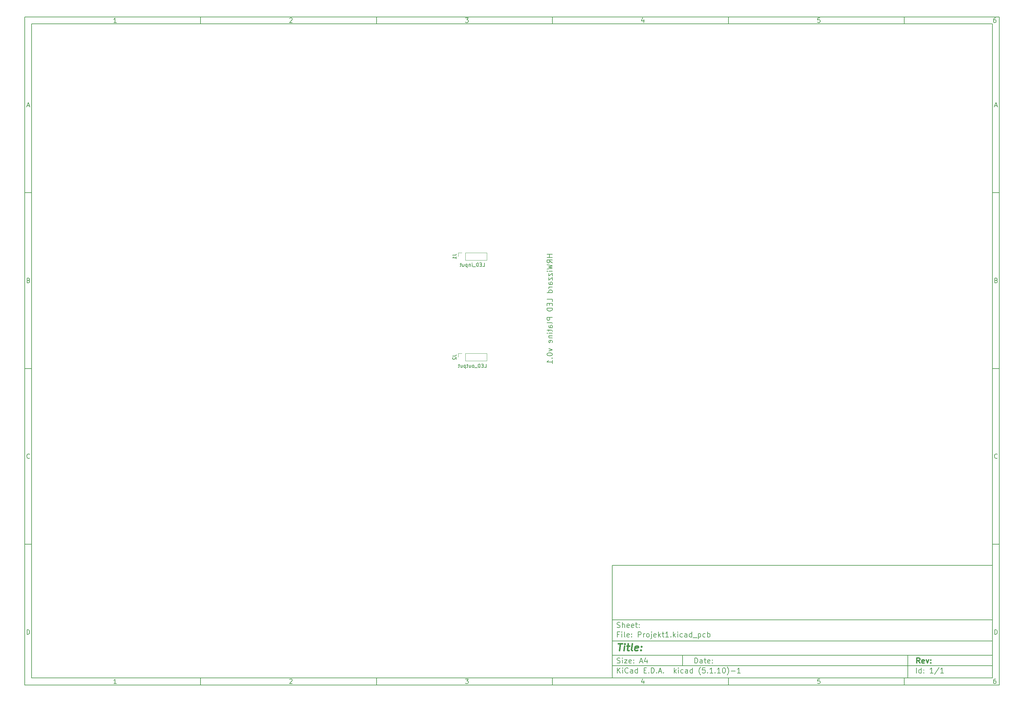
<source format=gbr>
%TF.GenerationSoftware,KiCad,Pcbnew,(5.1.10)-1*%
%TF.CreationDate,2021-11-12T10:13:00+01:00*%
%TF.ProjectId,Projekt1,50726f6a-656b-4743-912e-6b696361645f,rev?*%
%TF.SameCoordinates,Original*%
%TF.FileFunction,Legend,Bot*%
%TF.FilePolarity,Positive*%
%FSLAX46Y46*%
G04 Gerber Fmt 4.6, Leading zero omitted, Abs format (unit mm)*
G04 Created by KiCad (PCBNEW (5.1.10)-1) date 2021-11-12 10:13:00*
%MOMM*%
%LPD*%
G01*
G04 APERTURE LIST*
%ADD10C,0.100000*%
%ADD11C,0.150000*%
%ADD12C,0.300000*%
%ADD13C,0.400000*%
%ADD14C,0.200000*%
%ADD15C,0.120000*%
G04 APERTURE END LIST*
D10*
D11*
X177002200Y-166007200D02*
X177002200Y-198007200D01*
X285002200Y-198007200D01*
X285002200Y-166007200D01*
X177002200Y-166007200D01*
D10*
D11*
X10000000Y-10000000D02*
X10000000Y-200007200D01*
X287002200Y-200007200D01*
X287002200Y-10000000D01*
X10000000Y-10000000D01*
D10*
D11*
X12000000Y-12000000D02*
X12000000Y-198007200D01*
X285002200Y-198007200D01*
X285002200Y-12000000D01*
X12000000Y-12000000D01*
D10*
D11*
X60000000Y-12000000D02*
X60000000Y-10000000D01*
D10*
D11*
X110000000Y-12000000D02*
X110000000Y-10000000D01*
D10*
D11*
X160000000Y-12000000D02*
X160000000Y-10000000D01*
D10*
D11*
X210000000Y-12000000D02*
X210000000Y-10000000D01*
D10*
D11*
X260000000Y-12000000D02*
X260000000Y-10000000D01*
D10*
D11*
X36065476Y-11588095D02*
X35322619Y-11588095D01*
X35694047Y-11588095D02*
X35694047Y-10288095D01*
X35570238Y-10473809D01*
X35446428Y-10597619D01*
X35322619Y-10659523D01*
D10*
D11*
X85322619Y-10411904D02*
X85384523Y-10350000D01*
X85508333Y-10288095D01*
X85817857Y-10288095D01*
X85941666Y-10350000D01*
X86003571Y-10411904D01*
X86065476Y-10535714D01*
X86065476Y-10659523D01*
X86003571Y-10845238D01*
X85260714Y-11588095D01*
X86065476Y-11588095D01*
D10*
D11*
X135260714Y-10288095D02*
X136065476Y-10288095D01*
X135632142Y-10783333D01*
X135817857Y-10783333D01*
X135941666Y-10845238D01*
X136003571Y-10907142D01*
X136065476Y-11030952D01*
X136065476Y-11340476D01*
X136003571Y-11464285D01*
X135941666Y-11526190D01*
X135817857Y-11588095D01*
X135446428Y-11588095D01*
X135322619Y-11526190D01*
X135260714Y-11464285D01*
D10*
D11*
X185941666Y-10721428D02*
X185941666Y-11588095D01*
X185632142Y-10226190D02*
X185322619Y-11154761D01*
X186127380Y-11154761D01*
D10*
D11*
X236003571Y-10288095D02*
X235384523Y-10288095D01*
X235322619Y-10907142D01*
X235384523Y-10845238D01*
X235508333Y-10783333D01*
X235817857Y-10783333D01*
X235941666Y-10845238D01*
X236003571Y-10907142D01*
X236065476Y-11030952D01*
X236065476Y-11340476D01*
X236003571Y-11464285D01*
X235941666Y-11526190D01*
X235817857Y-11588095D01*
X235508333Y-11588095D01*
X235384523Y-11526190D01*
X235322619Y-11464285D01*
D10*
D11*
X285941666Y-10288095D02*
X285694047Y-10288095D01*
X285570238Y-10350000D01*
X285508333Y-10411904D01*
X285384523Y-10597619D01*
X285322619Y-10845238D01*
X285322619Y-11340476D01*
X285384523Y-11464285D01*
X285446428Y-11526190D01*
X285570238Y-11588095D01*
X285817857Y-11588095D01*
X285941666Y-11526190D01*
X286003571Y-11464285D01*
X286065476Y-11340476D01*
X286065476Y-11030952D01*
X286003571Y-10907142D01*
X285941666Y-10845238D01*
X285817857Y-10783333D01*
X285570238Y-10783333D01*
X285446428Y-10845238D01*
X285384523Y-10907142D01*
X285322619Y-11030952D01*
D10*
D11*
X60000000Y-198007200D02*
X60000000Y-200007200D01*
D10*
D11*
X110000000Y-198007200D02*
X110000000Y-200007200D01*
D10*
D11*
X160000000Y-198007200D02*
X160000000Y-200007200D01*
D10*
D11*
X210000000Y-198007200D02*
X210000000Y-200007200D01*
D10*
D11*
X260000000Y-198007200D02*
X260000000Y-200007200D01*
D10*
D11*
X36065476Y-199595295D02*
X35322619Y-199595295D01*
X35694047Y-199595295D02*
X35694047Y-198295295D01*
X35570238Y-198481009D01*
X35446428Y-198604819D01*
X35322619Y-198666723D01*
D10*
D11*
X85322619Y-198419104D02*
X85384523Y-198357200D01*
X85508333Y-198295295D01*
X85817857Y-198295295D01*
X85941666Y-198357200D01*
X86003571Y-198419104D01*
X86065476Y-198542914D01*
X86065476Y-198666723D01*
X86003571Y-198852438D01*
X85260714Y-199595295D01*
X86065476Y-199595295D01*
D10*
D11*
X135260714Y-198295295D02*
X136065476Y-198295295D01*
X135632142Y-198790533D01*
X135817857Y-198790533D01*
X135941666Y-198852438D01*
X136003571Y-198914342D01*
X136065476Y-199038152D01*
X136065476Y-199347676D01*
X136003571Y-199471485D01*
X135941666Y-199533390D01*
X135817857Y-199595295D01*
X135446428Y-199595295D01*
X135322619Y-199533390D01*
X135260714Y-199471485D01*
D10*
D11*
X185941666Y-198728628D02*
X185941666Y-199595295D01*
X185632142Y-198233390D02*
X185322619Y-199161961D01*
X186127380Y-199161961D01*
D10*
D11*
X236003571Y-198295295D02*
X235384523Y-198295295D01*
X235322619Y-198914342D01*
X235384523Y-198852438D01*
X235508333Y-198790533D01*
X235817857Y-198790533D01*
X235941666Y-198852438D01*
X236003571Y-198914342D01*
X236065476Y-199038152D01*
X236065476Y-199347676D01*
X236003571Y-199471485D01*
X235941666Y-199533390D01*
X235817857Y-199595295D01*
X235508333Y-199595295D01*
X235384523Y-199533390D01*
X235322619Y-199471485D01*
D10*
D11*
X285941666Y-198295295D02*
X285694047Y-198295295D01*
X285570238Y-198357200D01*
X285508333Y-198419104D01*
X285384523Y-198604819D01*
X285322619Y-198852438D01*
X285322619Y-199347676D01*
X285384523Y-199471485D01*
X285446428Y-199533390D01*
X285570238Y-199595295D01*
X285817857Y-199595295D01*
X285941666Y-199533390D01*
X286003571Y-199471485D01*
X286065476Y-199347676D01*
X286065476Y-199038152D01*
X286003571Y-198914342D01*
X285941666Y-198852438D01*
X285817857Y-198790533D01*
X285570238Y-198790533D01*
X285446428Y-198852438D01*
X285384523Y-198914342D01*
X285322619Y-199038152D01*
D10*
D11*
X10000000Y-60000000D02*
X12000000Y-60000000D01*
D10*
D11*
X10000000Y-110000000D02*
X12000000Y-110000000D01*
D10*
D11*
X10000000Y-160000000D02*
X12000000Y-160000000D01*
D10*
D11*
X10690476Y-35216666D02*
X11309523Y-35216666D01*
X10566666Y-35588095D02*
X11000000Y-34288095D01*
X11433333Y-35588095D01*
D10*
D11*
X11092857Y-84907142D02*
X11278571Y-84969047D01*
X11340476Y-85030952D01*
X11402380Y-85154761D01*
X11402380Y-85340476D01*
X11340476Y-85464285D01*
X11278571Y-85526190D01*
X11154761Y-85588095D01*
X10659523Y-85588095D01*
X10659523Y-84288095D01*
X11092857Y-84288095D01*
X11216666Y-84350000D01*
X11278571Y-84411904D01*
X11340476Y-84535714D01*
X11340476Y-84659523D01*
X11278571Y-84783333D01*
X11216666Y-84845238D01*
X11092857Y-84907142D01*
X10659523Y-84907142D01*
D10*
D11*
X11402380Y-135464285D02*
X11340476Y-135526190D01*
X11154761Y-135588095D01*
X11030952Y-135588095D01*
X10845238Y-135526190D01*
X10721428Y-135402380D01*
X10659523Y-135278571D01*
X10597619Y-135030952D01*
X10597619Y-134845238D01*
X10659523Y-134597619D01*
X10721428Y-134473809D01*
X10845238Y-134350000D01*
X11030952Y-134288095D01*
X11154761Y-134288095D01*
X11340476Y-134350000D01*
X11402380Y-134411904D01*
D10*
D11*
X10659523Y-185588095D02*
X10659523Y-184288095D01*
X10969047Y-184288095D01*
X11154761Y-184350000D01*
X11278571Y-184473809D01*
X11340476Y-184597619D01*
X11402380Y-184845238D01*
X11402380Y-185030952D01*
X11340476Y-185278571D01*
X11278571Y-185402380D01*
X11154761Y-185526190D01*
X10969047Y-185588095D01*
X10659523Y-185588095D01*
D10*
D11*
X287002200Y-60000000D02*
X285002200Y-60000000D01*
D10*
D11*
X287002200Y-110000000D02*
X285002200Y-110000000D01*
D10*
D11*
X287002200Y-160000000D02*
X285002200Y-160000000D01*
D10*
D11*
X285692676Y-35216666D02*
X286311723Y-35216666D01*
X285568866Y-35588095D02*
X286002200Y-34288095D01*
X286435533Y-35588095D01*
D10*
D11*
X286095057Y-84907142D02*
X286280771Y-84969047D01*
X286342676Y-85030952D01*
X286404580Y-85154761D01*
X286404580Y-85340476D01*
X286342676Y-85464285D01*
X286280771Y-85526190D01*
X286156961Y-85588095D01*
X285661723Y-85588095D01*
X285661723Y-84288095D01*
X286095057Y-84288095D01*
X286218866Y-84350000D01*
X286280771Y-84411904D01*
X286342676Y-84535714D01*
X286342676Y-84659523D01*
X286280771Y-84783333D01*
X286218866Y-84845238D01*
X286095057Y-84907142D01*
X285661723Y-84907142D01*
D10*
D11*
X286404580Y-135464285D02*
X286342676Y-135526190D01*
X286156961Y-135588095D01*
X286033152Y-135588095D01*
X285847438Y-135526190D01*
X285723628Y-135402380D01*
X285661723Y-135278571D01*
X285599819Y-135030952D01*
X285599819Y-134845238D01*
X285661723Y-134597619D01*
X285723628Y-134473809D01*
X285847438Y-134350000D01*
X286033152Y-134288095D01*
X286156961Y-134288095D01*
X286342676Y-134350000D01*
X286404580Y-134411904D01*
D10*
D11*
X285661723Y-185588095D02*
X285661723Y-184288095D01*
X285971247Y-184288095D01*
X286156961Y-184350000D01*
X286280771Y-184473809D01*
X286342676Y-184597619D01*
X286404580Y-184845238D01*
X286404580Y-185030952D01*
X286342676Y-185278571D01*
X286280771Y-185402380D01*
X286156961Y-185526190D01*
X285971247Y-185588095D01*
X285661723Y-185588095D01*
D10*
D11*
X200434342Y-193785771D02*
X200434342Y-192285771D01*
X200791485Y-192285771D01*
X201005771Y-192357200D01*
X201148628Y-192500057D01*
X201220057Y-192642914D01*
X201291485Y-192928628D01*
X201291485Y-193142914D01*
X201220057Y-193428628D01*
X201148628Y-193571485D01*
X201005771Y-193714342D01*
X200791485Y-193785771D01*
X200434342Y-193785771D01*
X202577200Y-193785771D02*
X202577200Y-193000057D01*
X202505771Y-192857200D01*
X202362914Y-192785771D01*
X202077200Y-192785771D01*
X201934342Y-192857200D01*
X202577200Y-193714342D02*
X202434342Y-193785771D01*
X202077200Y-193785771D01*
X201934342Y-193714342D01*
X201862914Y-193571485D01*
X201862914Y-193428628D01*
X201934342Y-193285771D01*
X202077200Y-193214342D01*
X202434342Y-193214342D01*
X202577200Y-193142914D01*
X203077200Y-192785771D02*
X203648628Y-192785771D01*
X203291485Y-192285771D02*
X203291485Y-193571485D01*
X203362914Y-193714342D01*
X203505771Y-193785771D01*
X203648628Y-193785771D01*
X204720057Y-193714342D02*
X204577200Y-193785771D01*
X204291485Y-193785771D01*
X204148628Y-193714342D01*
X204077200Y-193571485D01*
X204077200Y-193000057D01*
X204148628Y-192857200D01*
X204291485Y-192785771D01*
X204577200Y-192785771D01*
X204720057Y-192857200D01*
X204791485Y-193000057D01*
X204791485Y-193142914D01*
X204077200Y-193285771D01*
X205434342Y-193642914D02*
X205505771Y-193714342D01*
X205434342Y-193785771D01*
X205362914Y-193714342D01*
X205434342Y-193642914D01*
X205434342Y-193785771D01*
X205434342Y-192857200D02*
X205505771Y-192928628D01*
X205434342Y-193000057D01*
X205362914Y-192928628D01*
X205434342Y-192857200D01*
X205434342Y-193000057D01*
D10*
D11*
X177002200Y-194507200D02*
X285002200Y-194507200D01*
D10*
D11*
X178434342Y-196585771D02*
X178434342Y-195085771D01*
X179291485Y-196585771D02*
X178648628Y-195728628D01*
X179291485Y-195085771D02*
X178434342Y-195942914D01*
X179934342Y-196585771D02*
X179934342Y-195585771D01*
X179934342Y-195085771D02*
X179862914Y-195157200D01*
X179934342Y-195228628D01*
X180005771Y-195157200D01*
X179934342Y-195085771D01*
X179934342Y-195228628D01*
X181505771Y-196442914D02*
X181434342Y-196514342D01*
X181220057Y-196585771D01*
X181077200Y-196585771D01*
X180862914Y-196514342D01*
X180720057Y-196371485D01*
X180648628Y-196228628D01*
X180577200Y-195942914D01*
X180577200Y-195728628D01*
X180648628Y-195442914D01*
X180720057Y-195300057D01*
X180862914Y-195157200D01*
X181077200Y-195085771D01*
X181220057Y-195085771D01*
X181434342Y-195157200D01*
X181505771Y-195228628D01*
X182791485Y-196585771D02*
X182791485Y-195800057D01*
X182720057Y-195657200D01*
X182577200Y-195585771D01*
X182291485Y-195585771D01*
X182148628Y-195657200D01*
X182791485Y-196514342D02*
X182648628Y-196585771D01*
X182291485Y-196585771D01*
X182148628Y-196514342D01*
X182077200Y-196371485D01*
X182077200Y-196228628D01*
X182148628Y-196085771D01*
X182291485Y-196014342D01*
X182648628Y-196014342D01*
X182791485Y-195942914D01*
X184148628Y-196585771D02*
X184148628Y-195085771D01*
X184148628Y-196514342D02*
X184005771Y-196585771D01*
X183720057Y-196585771D01*
X183577200Y-196514342D01*
X183505771Y-196442914D01*
X183434342Y-196300057D01*
X183434342Y-195871485D01*
X183505771Y-195728628D01*
X183577200Y-195657200D01*
X183720057Y-195585771D01*
X184005771Y-195585771D01*
X184148628Y-195657200D01*
X186005771Y-195800057D02*
X186505771Y-195800057D01*
X186720057Y-196585771D02*
X186005771Y-196585771D01*
X186005771Y-195085771D01*
X186720057Y-195085771D01*
X187362914Y-196442914D02*
X187434342Y-196514342D01*
X187362914Y-196585771D01*
X187291485Y-196514342D01*
X187362914Y-196442914D01*
X187362914Y-196585771D01*
X188077200Y-196585771D02*
X188077200Y-195085771D01*
X188434342Y-195085771D01*
X188648628Y-195157200D01*
X188791485Y-195300057D01*
X188862914Y-195442914D01*
X188934342Y-195728628D01*
X188934342Y-195942914D01*
X188862914Y-196228628D01*
X188791485Y-196371485D01*
X188648628Y-196514342D01*
X188434342Y-196585771D01*
X188077200Y-196585771D01*
X189577200Y-196442914D02*
X189648628Y-196514342D01*
X189577200Y-196585771D01*
X189505771Y-196514342D01*
X189577200Y-196442914D01*
X189577200Y-196585771D01*
X190220057Y-196157200D02*
X190934342Y-196157200D01*
X190077200Y-196585771D02*
X190577200Y-195085771D01*
X191077200Y-196585771D01*
X191577200Y-196442914D02*
X191648628Y-196514342D01*
X191577200Y-196585771D01*
X191505771Y-196514342D01*
X191577200Y-196442914D01*
X191577200Y-196585771D01*
X194577200Y-196585771D02*
X194577200Y-195085771D01*
X194720057Y-196014342D02*
X195148628Y-196585771D01*
X195148628Y-195585771D02*
X194577200Y-196157200D01*
X195791485Y-196585771D02*
X195791485Y-195585771D01*
X195791485Y-195085771D02*
X195720057Y-195157200D01*
X195791485Y-195228628D01*
X195862914Y-195157200D01*
X195791485Y-195085771D01*
X195791485Y-195228628D01*
X197148628Y-196514342D02*
X197005771Y-196585771D01*
X196720057Y-196585771D01*
X196577200Y-196514342D01*
X196505771Y-196442914D01*
X196434342Y-196300057D01*
X196434342Y-195871485D01*
X196505771Y-195728628D01*
X196577200Y-195657200D01*
X196720057Y-195585771D01*
X197005771Y-195585771D01*
X197148628Y-195657200D01*
X198434342Y-196585771D02*
X198434342Y-195800057D01*
X198362914Y-195657200D01*
X198220057Y-195585771D01*
X197934342Y-195585771D01*
X197791485Y-195657200D01*
X198434342Y-196514342D02*
X198291485Y-196585771D01*
X197934342Y-196585771D01*
X197791485Y-196514342D01*
X197720057Y-196371485D01*
X197720057Y-196228628D01*
X197791485Y-196085771D01*
X197934342Y-196014342D01*
X198291485Y-196014342D01*
X198434342Y-195942914D01*
X199791485Y-196585771D02*
X199791485Y-195085771D01*
X199791485Y-196514342D02*
X199648628Y-196585771D01*
X199362914Y-196585771D01*
X199220057Y-196514342D01*
X199148628Y-196442914D01*
X199077200Y-196300057D01*
X199077200Y-195871485D01*
X199148628Y-195728628D01*
X199220057Y-195657200D01*
X199362914Y-195585771D01*
X199648628Y-195585771D01*
X199791485Y-195657200D01*
X202077200Y-197157200D02*
X202005771Y-197085771D01*
X201862914Y-196871485D01*
X201791485Y-196728628D01*
X201720057Y-196514342D01*
X201648628Y-196157200D01*
X201648628Y-195871485D01*
X201720057Y-195514342D01*
X201791485Y-195300057D01*
X201862914Y-195157200D01*
X202005771Y-194942914D01*
X202077200Y-194871485D01*
X203362914Y-195085771D02*
X202648628Y-195085771D01*
X202577200Y-195800057D01*
X202648628Y-195728628D01*
X202791485Y-195657200D01*
X203148628Y-195657200D01*
X203291485Y-195728628D01*
X203362914Y-195800057D01*
X203434342Y-195942914D01*
X203434342Y-196300057D01*
X203362914Y-196442914D01*
X203291485Y-196514342D01*
X203148628Y-196585771D01*
X202791485Y-196585771D01*
X202648628Y-196514342D01*
X202577200Y-196442914D01*
X204077200Y-196442914D02*
X204148628Y-196514342D01*
X204077200Y-196585771D01*
X204005771Y-196514342D01*
X204077200Y-196442914D01*
X204077200Y-196585771D01*
X205577200Y-196585771D02*
X204720057Y-196585771D01*
X205148628Y-196585771D02*
X205148628Y-195085771D01*
X205005771Y-195300057D01*
X204862914Y-195442914D01*
X204720057Y-195514342D01*
X206220057Y-196442914D02*
X206291485Y-196514342D01*
X206220057Y-196585771D01*
X206148628Y-196514342D01*
X206220057Y-196442914D01*
X206220057Y-196585771D01*
X207720057Y-196585771D02*
X206862914Y-196585771D01*
X207291485Y-196585771D02*
X207291485Y-195085771D01*
X207148628Y-195300057D01*
X207005771Y-195442914D01*
X206862914Y-195514342D01*
X208648628Y-195085771D02*
X208791485Y-195085771D01*
X208934342Y-195157200D01*
X209005771Y-195228628D01*
X209077200Y-195371485D01*
X209148628Y-195657200D01*
X209148628Y-196014342D01*
X209077200Y-196300057D01*
X209005771Y-196442914D01*
X208934342Y-196514342D01*
X208791485Y-196585771D01*
X208648628Y-196585771D01*
X208505771Y-196514342D01*
X208434342Y-196442914D01*
X208362914Y-196300057D01*
X208291485Y-196014342D01*
X208291485Y-195657200D01*
X208362914Y-195371485D01*
X208434342Y-195228628D01*
X208505771Y-195157200D01*
X208648628Y-195085771D01*
X209648628Y-197157200D02*
X209720057Y-197085771D01*
X209862914Y-196871485D01*
X209934342Y-196728628D01*
X210005771Y-196514342D01*
X210077200Y-196157200D01*
X210077200Y-195871485D01*
X210005771Y-195514342D01*
X209934342Y-195300057D01*
X209862914Y-195157200D01*
X209720057Y-194942914D01*
X209648628Y-194871485D01*
X210791485Y-196014342D02*
X211934342Y-196014342D01*
X213434342Y-196585771D02*
X212577200Y-196585771D01*
X213005771Y-196585771D02*
X213005771Y-195085771D01*
X212862914Y-195300057D01*
X212720057Y-195442914D01*
X212577200Y-195514342D01*
D10*
D11*
X177002200Y-191507200D02*
X285002200Y-191507200D01*
D10*
D12*
X264411485Y-193785771D02*
X263911485Y-193071485D01*
X263554342Y-193785771D02*
X263554342Y-192285771D01*
X264125771Y-192285771D01*
X264268628Y-192357200D01*
X264340057Y-192428628D01*
X264411485Y-192571485D01*
X264411485Y-192785771D01*
X264340057Y-192928628D01*
X264268628Y-193000057D01*
X264125771Y-193071485D01*
X263554342Y-193071485D01*
X265625771Y-193714342D02*
X265482914Y-193785771D01*
X265197200Y-193785771D01*
X265054342Y-193714342D01*
X264982914Y-193571485D01*
X264982914Y-193000057D01*
X265054342Y-192857200D01*
X265197200Y-192785771D01*
X265482914Y-192785771D01*
X265625771Y-192857200D01*
X265697200Y-193000057D01*
X265697200Y-193142914D01*
X264982914Y-193285771D01*
X266197200Y-192785771D02*
X266554342Y-193785771D01*
X266911485Y-192785771D01*
X267482914Y-193642914D02*
X267554342Y-193714342D01*
X267482914Y-193785771D01*
X267411485Y-193714342D01*
X267482914Y-193642914D01*
X267482914Y-193785771D01*
X267482914Y-192857200D02*
X267554342Y-192928628D01*
X267482914Y-193000057D01*
X267411485Y-192928628D01*
X267482914Y-192857200D01*
X267482914Y-193000057D01*
D10*
D11*
X178362914Y-193714342D02*
X178577200Y-193785771D01*
X178934342Y-193785771D01*
X179077200Y-193714342D01*
X179148628Y-193642914D01*
X179220057Y-193500057D01*
X179220057Y-193357200D01*
X179148628Y-193214342D01*
X179077200Y-193142914D01*
X178934342Y-193071485D01*
X178648628Y-193000057D01*
X178505771Y-192928628D01*
X178434342Y-192857200D01*
X178362914Y-192714342D01*
X178362914Y-192571485D01*
X178434342Y-192428628D01*
X178505771Y-192357200D01*
X178648628Y-192285771D01*
X179005771Y-192285771D01*
X179220057Y-192357200D01*
X179862914Y-193785771D02*
X179862914Y-192785771D01*
X179862914Y-192285771D02*
X179791485Y-192357200D01*
X179862914Y-192428628D01*
X179934342Y-192357200D01*
X179862914Y-192285771D01*
X179862914Y-192428628D01*
X180434342Y-192785771D02*
X181220057Y-192785771D01*
X180434342Y-193785771D01*
X181220057Y-193785771D01*
X182362914Y-193714342D02*
X182220057Y-193785771D01*
X181934342Y-193785771D01*
X181791485Y-193714342D01*
X181720057Y-193571485D01*
X181720057Y-193000057D01*
X181791485Y-192857200D01*
X181934342Y-192785771D01*
X182220057Y-192785771D01*
X182362914Y-192857200D01*
X182434342Y-193000057D01*
X182434342Y-193142914D01*
X181720057Y-193285771D01*
X183077200Y-193642914D02*
X183148628Y-193714342D01*
X183077200Y-193785771D01*
X183005771Y-193714342D01*
X183077200Y-193642914D01*
X183077200Y-193785771D01*
X183077200Y-192857200D02*
X183148628Y-192928628D01*
X183077200Y-193000057D01*
X183005771Y-192928628D01*
X183077200Y-192857200D01*
X183077200Y-193000057D01*
X184862914Y-193357200D02*
X185577200Y-193357200D01*
X184720057Y-193785771D02*
X185220057Y-192285771D01*
X185720057Y-193785771D01*
X186862914Y-192785771D02*
X186862914Y-193785771D01*
X186505771Y-192214342D02*
X186148628Y-193285771D01*
X187077200Y-193285771D01*
D10*
D11*
X263434342Y-196585771D02*
X263434342Y-195085771D01*
X264791485Y-196585771D02*
X264791485Y-195085771D01*
X264791485Y-196514342D02*
X264648628Y-196585771D01*
X264362914Y-196585771D01*
X264220057Y-196514342D01*
X264148628Y-196442914D01*
X264077200Y-196300057D01*
X264077200Y-195871485D01*
X264148628Y-195728628D01*
X264220057Y-195657200D01*
X264362914Y-195585771D01*
X264648628Y-195585771D01*
X264791485Y-195657200D01*
X265505771Y-196442914D02*
X265577200Y-196514342D01*
X265505771Y-196585771D01*
X265434342Y-196514342D01*
X265505771Y-196442914D01*
X265505771Y-196585771D01*
X265505771Y-195657200D02*
X265577200Y-195728628D01*
X265505771Y-195800057D01*
X265434342Y-195728628D01*
X265505771Y-195657200D01*
X265505771Y-195800057D01*
X268148628Y-196585771D02*
X267291485Y-196585771D01*
X267720057Y-196585771D02*
X267720057Y-195085771D01*
X267577200Y-195300057D01*
X267434342Y-195442914D01*
X267291485Y-195514342D01*
X269862914Y-195014342D02*
X268577200Y-196942914D01*
X271148628Y-196585771D02*
X270291485Y-196585771D01*
X270720057Y-196585771D02*
X270720057Y-195085771D01*
X270577200Y-195300057D01*
X270434342Y-195442914D01*
X270291485Y-195514342D01*
D10*
D11*
X177002200Y-187507200D02*
X285002200Y-187507200D01*
D10*
D13*
X178714580Y-188211961D02*
X179857438Y-188211961D01*
X179036009Y-190211961D02*
X179286009Y-188211961D01*
X180274104Y-190211961D02*
X180440771Y-188878628D01*
X180524104Y-188211961D02*
X180416961Y-188307200D01*
X180500295Y-188402438D01*
X180607438Y-188307200D01*
X180524104Y-188211961D01*
X180500295Y-188402438D01*
X181107438Y-188878628D02*
X181869342Y-188878628D01*
X181476485Y-188211961D02*
X181262200Y-189926247D01*
X181333628Y-190116723D01*
X181512200Y-190211961D01*
X181702676Y-190211961D01*
X182655057Y-190211961D02*
X182476485Y-190116723D01*
X182405057Y-189926247D01*
X182619342Y-188211961D01*
X184190771Y-190116723D02*
X183988390Y-190211961D01*
X183607438Y-190211961D01*
X183428866Y-190116723D01*
X183357438Y-189926247D01*
X183452676Y-189164342D01*
X183571723Y-188973866D01*
X183774104Y-188878628D01*
X184155057Y-188878628D01*
X184333628Y-188973866D01*
X184405057Y-189164342D01*
X184381247Y-189354819D01*
X183405057Y-189545295D01*
X185155057Y-190021485D02*
X185238390Y-190116723D01*
X185131247Y-190211961D01*
X185047914Y-190116723D01*
X185155057Y-190021485D01*
X185131247Y-190211961D01*
X185286009Y-188973866D02*
X185369342Y-189069104D01*
X185262200Y-189164342D01*
X185178866Y-189069104D01*
X185286009Y-188973866D01*
X185262200Y-189164342D01*
D10*
D11*
X178934342Y-185600057D02*
X178434342Y-185600057D01*
X178434342Y-186385771D02*
X178434342Y-184885771D01*
X179148628Y-184885771D01*
X179720057Y-186385771D02*
X179720057Y-185385771D01*
X179720057Y-184885771D02*
X179648628Y-184957200D01*
X179720057Y-185028628D01*
X179791485Y-184957200D01*
X179720057Y-184885771D01*
X179720057Y-185028628D01*
X180648628Y-186385771D02*
X180505771Y-186314342D01*
X180434342Y-186171485D01*
X180434342Y-184885771D01*
X181791485Y-186314342D02*
X181648628Y-186385771D01*
X181362914Y-186385771D01*
X181220057Y-186314342D01*
X181148628Y-186171485D01*
X181148628Y-185600057D01*
X181220057Y-185457200D01*
X181362914Y-185385771D01*
X181648628Y-185385771D01*
X181791485Y-185457200D01*
X181862914Y-185600057D01*
X181862914Y-185742914D01*
X181148628Y-185885771D01*
X182505771Y-186242914D02*
X182577200Y-186314342D01*
X182505771Y-186385771D01*
X182434342Y-186314342D01*
X182505771Y-186242914D01*
X182505771Y-186385771D01*
X182505771Y-185457200D02*
X182577200Y-185528628D01*
X182505771Y-185600057D01*
X182434342Y-185528628D01*
X182505771Y-185457200D01*
X182505771Y-185600057D01*
X184362914Y-186385771D02*
X184362914Y-184885771D01*
X184934342Y-184885771D01*
X185077200Y-184957200D01*
X185148628Y-185028628D01*
X185220057Y-185171485D01*
X185220057Y-185385771D01*
X185148628Y-185528628D01*
X185077200Y-185600057D01*
X184934342Y-185671485D01*
X184362914Y-185671485D01*
X185862914Y-186385771D02*
X185862914Y-185385771D01*
X185862914Y-185671485D02*
X185934342Y-185528628D01*
X186005771Y-185457200D01*
X186148628Y-185385771D01*
X186291485Y-185385771D01*
X187005771Y-186385771D02*
X186862914Y-186314342D01*
X186791485Y-186242914D01*
X186720057Y-186100057D01*
X186720057Y-185671485D01*
X186791485Y-185528628D01*
X186862914Y-185457200D01*
X187005771Y-185385771D01*
X187220057Y-185385771D01*
X187362914Y-185457200D01*
X187434342Y-185528628D01*
X187505771Y-185671485D01*
X187505771Y-186100057D01*
X187434342Y-186242914D01*
X187362914Y-186314342D01*
X187220057Y-186385771D01*
X187005771Y-186385771D01*
X188148628Y-185385771D02*
X188148628Y-186671485D01*
X188077200Y-186814342D01*
X187934342Y-186885771D01*
X187862914Y-186885771D01*
X188148628Y-184885771D02*
X188077200Y-184957200D01*
X188148628Y-185028628D01*
X188220057Y-184957200D01*
X188148628Y-184885771D01*
X188148628Y-185028628D01*
X189434342Y-186314342D02*
X189291485Y-186385771D01*
X189005771Y-186385771D01*
X188862914Y-186314342D01*
X188791485Y-186171485D01*
X188791485Y-185600057D01*
X188862914Y-185457200D01*
X189005771Y-185385771D01*
X189291485Y-185385771D01*
X189434342Y-185457200D01*
X189505771Y-185600057D01*
X189505771Y-185742914D01*
X188791485Y-185885771D01*
X190148628Y-186385771D02*
X190148628Y-184885771D01*
X190291485Y-185814342D02*
X190720057Y-186385771D01*
X190720057Y-185385771D02*
X190148628Y-185957200D01*
X191148628Y-185385771D02*
X191720057Y-185385771D01*
X191362914Y-184885771D02*
X191362914Y-186171485D01*
X191434342Y-186314342D01*
X191577200Y-186385771D01*
X191720057Y-186385771D01*
X193005771Y-186385771D02*
X192148628Y-186385771D01*
X192577200Y-186385771D02*
X192577200Y-184885771D01*
X192434342Y-185100057D01*
X192291485Y-185242914D01*
X192148628Y-185314342D01*
X193648628Y-186242914D02*
X193720057Y-186314342D01*
X193648628Y-186385771D01*
X193577200Y-186314342D01*
X193648628Y-186242914D01*
X193648628Y-186385771D01*
X194362914Y-186385771D02*
X194362914Y-184885771D01*
X194505771Y-185814342D02*
X194934342Y-186385771D01*
X194934342Y-185385771D02*
X194362914Y-185957200D01*
X195577200Y-186385771D02*
X195577200Y-185385771D01*
X195577200Y-184885771D02*
X195505771Y-184957200D01*
X195577200Y-185028628D01*
X195648628Y-184957200D01*
X195577200Y-184885771D01*
X195577200Y-185028628D01*
X196934342Y-186314342D02*
X196791485Y-186385771D01*
X196505771Y-186385771D01*
X196362914Y-186314342D01*
X196291485Y-186242914D01*
X196220057Y-186100057D01*
X196220057Y-185671485D01*
X196291485Y-185528628D01*
X196362914Y-185457200D01*
X196505771Y-185385771D01*
X196791485Y-185385771D01*
X196934342Y-185457200D01*
X198220057Y-186385771D02*
X198220057Y-185600057D01*
X198148628Y-185457200D01*
X198005771Y-185385771D01*
X197720057Y-185385771D01*
X197577200Y-185457200D01*
X198220057Y-186314342D02*
X198077200Y-186385771D01*
X197720057Y-186385771D01*
X197577200Y-186314342D01*
X197505771Y-186171485D01*
X197505771Y-186028628D01*
X197577200Y-185885771D01*
X197720057Y-185814342D01*
X198077200Y-185814342D01*
X198220057Y-185742914D01*
X199577200Y-186385771D02*
X199577200Y-184885771D01*
X199577200Y-186314342D02*
X199434342Y-186385771D01*
X199148628Y-186385771D01*
X199005771Y-186314342D01*
X198934342Y-186242914D01*
X198862914Y-186100057D01*
X198862914Y-185671485D01*
X198934342Y-185528628D01*
X199005771Y-185457200D01*
X199148628Y-185385771D01*
X199434342Y-185385771D01*
X199577200Y-185457200D01*
X199934342Y-186528628D02*
X201077200Y-186528628D01*
X201434342Y-185385771D02*
X201434342Y-186885771D01*
X201434342Y-185457200D02*
X201577200Y-185385771D01*
X201862914Y-185385771D01*
X202005771Y-185457200D01*
X202077200Y-185528628D01*
X202148628Y-185671485D01*
X202148628Y-186100057D01*
X202077200Y-186242914D01*
X202005771Y-186314342D01*
X201862914Y-186385771D01*
X201577200Y-186385771D01*
X201434342Y-186314342D01*
X203434342Y-186314342D02*
X203291485Y-186385771D01*
X203005771Y-186385771D01*
X202862914Y-186314342D01*
X202791485Y-186242914D01*
X202720057Y-186100057D01*
X202720057Y-185671485D01*
X202791485Y-185528628D01*
X202862914Y-185457200D01*
X203005771Y-185385771D01*
X203291485Y-185385771D01*
X203434342Y-185457200D01*
X204077200Y-186385771D02*
X204077200Y-184885771D01*
X204077200Y-185457200D02*
X204220057Y-185385771D01*
X204505771Y-185385771D01*
X204648628Y-185457200D01*
X204720057Y-185528628D01*
X204791485Y-185671485D01*
X204791485Y-186100057D01*
X204720057Y-186242914D01*
X204648628Y-186314342D01*
X204505771Y-186385771D01*
X204220057Y-186385771D01*
X204077200Y-186314342D01*
D10*
D11*
X177002200Y-181507200D02*
X285002200Y-181507200D01*
D10*
D11*
X178362914Y-183614342D02*
X178577200Y-183685771D01*
X178934342Y-183685771D01*
X179077200Y-183614342D01*
X179148628Y-183542914D01*
X179220057Y-183400057D01*
X179220057Y-183257200D01*
X179148628Y-183114342D01*
X179077200Y-183042914D01*
X178934342Y-182971485D01*
X178648628Y-182900057D01*
X178505771Y-182828628D01*
X178434342Y-182757200D01*
X178362914Y-182614342D01*
X178362914Y-182471485D01*
X178434342Y-182328628D01*
X178505771Y-182257200D01*
X178648628Y-182185771D01*
X179005771Y-182185771D01*
X179220057Y-182257200D01*
X179862914Y-183685771D02*
X179862914Y-182185771D01*
X180505771Y-183685771D02*
X180505771Y-182900057D01*
X180434342Y-182757200D01*
X180291485Y-182685771D01*
X180077200Y-182685771D01*
X179934342Y-182757200D01*
X179862914Y-182828628D01*
X181791485Y-183614342D02*
X181648628Y-183685771D01*
X181362914Y-183685771D01*
X181220057Y-183614342D01*
X181148628Y-183471485D01*
X181148628Y-182900057D01*
X181220057Y-182757200D01*
X181362914Y-182685771D01*
X181648628Y-182685771D01*
X181791485Y-182757200D01*
X181862914Y-182900057D01*
X181862914Y-183042914D01*
X181148628Y-183185771D01*
X183077200Y-183614342D02*
X182934342Y-183685771D01*
X182648628Y-183685771D01*
X182505771Y-183614342D01*
X182434342Y-183471485D01*
X182434342Y-182900057D01*
X182505771Y-182757200D01*
X182648628Y-182685771D01*
X182934342Y-182685771D01*
X183077200Y-182757200D01*
X183148628Y-182900057D01*
X183148628Y-183042914D01*
X182434342Y-183185771D01*
X183577200Y-182685771D02*
X184148628Y-182685771D01*
X183791485Y-182185771D02*
X183791485Y-183471485D01*
X183862914Y-183614342D01*
X184005771Y-183685771D01*
X184148628Y-183685771D01*
X184648628Y-183542914D02*
X184720057Y-183614342D01*
X184648628Y-183685771D01*
X184577200Y-183614342D01*
X184648628Y-183542914D01*
X184648628Y-183685771D01*
X184648628Y-182757200D02*
X184720057Y-182828628D01*
X184648628Y-182900057D01*
X184577200Y-182828628D01*
X184648628Y-182757200D01*
X184648628Y-182900057D01*
D10*
D11*
X197002200Y-191507200D02*
X197002200Y-194507200D01*
D10*
D11*
X261002200Y-191507200D02*
X261002200Y-198007200D01*
D14*
X159928571Y-77535714D02*
X158428571Y-77535714D01*
X159142857Y-77535714D02*
X159142857Y-78392857D01*
X159928571Y-78392857D02*
X158428571Y-78392857D01*
X159928571Y-79964285D02*
X159214285Y-79464285D01*
X159928571Y-79107142D02*
X158428571Y-79107142D01*
X158428571Y-79678571D01*
X158500000Y-79821428D01*
X158571428Y-79892857D01*
X158714285Y-79964285D01*
X158928571Y-79964285D01*
X159071428Y-79892857D01*
X159142857Y-79821428D01*
X159214285Y-79678571D01*
X159214285Y-79107142D01*
X158428571Y-80464285D02*
X159928571Y-80821428D01*
X158857142Y-81107142D01*
X159928571Y-81392857D01*
X158428571Y-81750000D01*
X159928571Y-82321428D02*
X158928571Y-82321428D01*
X158428571Y-82321428D02*
X158500000Y-82250000D01*
X158571428Y-82321428D01*
X158500000Y-82392857D01*
X158428571Y-82321428D01*
X158571428Y-82321428D01*
X158928571Y-82892857D02*
X158928571Y-83678571D01*
X159928571Y-82892857D01*
X159928571Y-83678571D01*
X158928571Y-84107142D02*
X158928571Y-84892857D01*
X159928571Y-84107142D01*
X159928571Y-84892857D01*
X159928571Y-86107142D02*
X159142857Y-86107142D01*
X159000000Y-86035714D01*
X158928571Y-85892857D01*
X158928571Y-85607142D01*
X159000000Y-85464285D01*
X159857142Y-86107142D02*
X159928571Y-85964285D01*
X159928571Y-85607142D01*
X159857142Y-85464285D01*
X159714285Y-85392857D01*
X159571428Y-85392857D01*
X159428571Y-85464285D01*
X159357142Y-85607142D01*
X159357142Y-85964285D01*
X159285714Y-86107142D01*
X159928571Y-86821428D02*
X158928571Y-86821428D01*
X159214285Y-86821428D02*
X159071428Y-86892857D01*
X159000000Y-86964285D01*
X158928571Y-87107142D01*
X158928571Y-87250000D01*
X159928571Y-88392857D02*
X158428571Y-88392857D01*
X159857142Y-88392857D02*
X159928571Y-88250000D01*
X159928571Y-87964285D01*
X159857142Y-87821428D01*
X159785714Y-87750000D01*
X159642857Y-87678571D01*
X159214285Y-87678571D01*
X159071428Y-87750000D01*
X159000000Y-87821428D01*
X158928571Y-87964285D01*
X158928571Y-88250000D01*
X159000000Y-88392857D01*
X159928571Y-90964285D02*
X159928571Y-90250000D01*
X158428571Y-90250000D01*
X159142857Y-91464285D02*
X159142857Y-91964285D01*
X159928571Y-92178571D02*
X159928571Y-91464285D01*
X158428571Y-91464285D01*
X158428571Y-92178571D01*
X159928571Y-92821428D02*
X158428571Y-92821428D01*
X158428571Y-93178571D01*
X158500000Y-93392857D01*
X158642857Y-93535714D01*
X158785714Y-93607142D01*
X159071428Y-93678571D01*
X159285714Y-93678571D01*
X159571428Y-93607142D01*
X159714285Y-93535714D01*
X159857142Y-93392857D01*
X159928571Y-93178571D01*
X159928571Y-92821428D01*
X159928571Y-95464285D02*
X158428571Y-95464285D01*
X158428571Y-96035714D01*
X158500000Y-96178571D01*
X158571428Y-96250000D01*
X158714285Y-96321428D01*
X158928571Y-96321428D01*
X159071428Y-96250000D01*
X159142857Y-96178571D01*
X159214285Y-96035714D01*
X159214285Y-95464285D01*
X159928571Y-97178571D02*
X159857142Y-97035714D01*
X159714285Y-96964285D01*
X158428571Y-96964285D01*
X159928571Y-98392857D02*
X159142857Y-98392857D01*
X159000000Y-98321428D01*
X158928571Y-98178571D01*
X158928571Y-97892857D01*
X159000000Y-97750000D01*
X159857142Y-98392857D02*
X159928571Y-98250000D01*
X159928571Y-97892857D01*
X159857142Y-97750000D01*
X159714285Y-97678571D01*
X159571428Y-97678571D01*
X159428571Y-97750000D01*
X159357142Y-97892857D01*
X159357142Y-98250000D01*
X159285714Y-98392857D01*
X158928571Y-98892857D02*
X158928571Y-99464285D01*
X158428571Y-99107142D02*
X159714285Y-99107142D01*
X159857142Y-99178571D01*
X159928571Y-99321428D01*
X159928571Y-99464285D01*
X159928571Y-99964285D02*
X158928571Y-99964285D01*
X158428571Y-99964285D02*
X158500000Y-99892857D01*
X158571428Y-99964285D01*
X158500000Y-100035714D01*
X158428571Y-99964285D01*
X158571428Y-99964285D01*
X158928571Y-100678571D02*
X159928571Y-100678571D01*
X159071428Y-100678571D02*
X159000000Y-100750000D01*
X158928571Y-100892857D01*
X158928571Y-101107142D01*
X159000000Y-101250000D01*
X159142857Y-101321428D01*
X159928571Y-101321428D01*
X159857142Y-102607142D02*
X159928571Y-102464285D01*
X159928571Y-102178571D01*
X159857142Y-102035714D01*
X159714285Y-101964285D01*
X159142857Y-101964285D01*
X159000000Y-102035714D01*
X158928571Y-102178571D01*
X158928571Y-102464285D01*
X159000000Y-102607142D01*
X159142857Y-102678571D01*
X159285714Y-102678571D01*
X159428571Y-101964285D01*
X158928571Y-104321428D02*
X159928571Y-104678571D01*
X158928571Y-105035714D01*
X158428571Y-105892857D02*
X158428571Y-106035714D01*
X158500000Y-106178571D01*
X158571428Y-106250000D01*
X158714285Y-106321428D01*
X159000000Y-106392857D01*
X159357142Y-106392857D01*
X159642857Y-106321428D01*
X159785714Y-106250000D01*
X159857142Y-106178571D01*
X159928571Y-106035714D01*
X159928571Y-105892857D01*
X159857142Y-105750000D01*
X159785714Y-105678571D01*
X159642857Y-105607142D01*
X159357142Y-105535714D01*
X159000000Y-105535714D01*
X158714285Y-105607142D01*
X158571428Y-105678571D01*
X158500000Y-105750000D01*
X158428571Y-105892857D01*
X159785714Y-107035714D02*
X159857142Y-107107142D01*
X159928571Y-107035714D01*
X159857142Y-106964285D01*
X159785714Y-107035714D01*
X159928571Y-107035714D01*
X159928571Y-108535714D02*
X159928571Y-107678571D01*
X159928571Y-108107142D02*
X158428571Y-108107142D01*
X158642857Y-107964285D01*
X158785714Y-107821428D01*
X158857142Y-107678571D01*
D11*
X140654761Y-109702380D02*
X141130952Y-109702380D01*
X141130952Y-108702380D01*
X140321428Y-109178571D02*
X139988095Y-109178571D01*
X139845238Y-109702380D02*
X140321428Y-109702380D01*
X140321428Y-108702380D01*
X139845238Y-108702380D01*
X139416666Y-109702380D02*
X139416666Y-108702380D01*
X139178571Y-108702380D01*
X139035714Y-108750000D01*
X138940476Y-108845238D01*
X138892857Y-108940476D01*
X138845238Y-109130952D01*
X138845238Y-109273809D01*
X138892857Y-109464285D01*
X138940476Y-109559523D01*
X139035714Y-109654761D01*
X139178571Y-109702380D01*
X139416666Y-109702380D01*
X138654761Y-109797619D02*
X137892857Y-109797619D01*
X137511904Y-109702380D02*
X137607142Y-109654761D01*
X137654761Y-109607142D01*
X137702380Y-109511904D01*
X137702380Y-109226190D01*
X137654761Y-109130952D01*
X137607142Y-109083333D01*
X137511904Y-109035714D01*
X137369047Y-109035714D01*
X137273809Y-109083333D01*
X137226190Y-109130952D01*
X137178571Y-109226190D01*
X137178571Y-109511904D01*
X137226190Y-109607142D01*
X137273809Y-109654761D01*
X137369047Y-109702380D01*
X137511904Y-109702380D01*
X136321428Y-109035714D02*
X136321428Y-109702380D01*
X136750000Y-109035714D02*
X136750000Y-109559523D01*
X136702380Y-109654761D01*
X136607142Y-109702380D01*
X136464285Y-109702380D01*
X136369047Y-109654761D01*
X136321428Y-109607142D01*
X135988095Y-109035714D02*
X135607142Y-109035714D01*
X135845238Y-108702380D02*
X135845238Y-109559523D01*
X135797619Y-109654761D01*
X135702380Y-109702380D01*
X135607142Y-109702380D01*
X135273809Y-109035714D02*
X135273809Y-110035714D01*
X135273809Y-109083333D02*
X135178571Y-109035714D01*
X134988095Y-109035714D01*
X134892857Y-109083333D01*
X134845238Y-109130952D01*
X134797619Y-109226190D01*
X134797619Y-109511904D01*
X134845238Y-109607142D01*
X134892857Y-109654761D01*
X134988095Y-109702380D01*
X135178571Y-109702380D01*
X135273809Y-109654761D01*
X133940476Y-109035714D02*
X133940476Y-109702380D01*
X134369047Y-109035714D02*
X134369047Y-109559523D01*
X134321428Y-109654761D01*
X134226190Y-109702380D01*
X134083333Y-109702380D01*
X133988095Y-109654761D01*
X133940476Y-109607142D01*
X133607142Y-109035714D02*
X133226190Y-109035714D01*
X133464285Y-108702380D02*
X133464285Y-109559523D01*
X133416666Y-109654761D01*
X133321428Y-109702380D01*
X133226190Y-109702380D01*
X140154761Y-80952380D02*
X140630952Y-80952380D01*
X140630952Y-79952380D01*
X139821428Y-80428571D02*
X139488095Y-80428571D01*
X139345238Y-80952380D02*
X139821428Y-80952380D01*
X139821428Y-79952380D01*
X139345238Y-79952380D01*
X138916666Y-80952380D02*
X138916666Y-79952380D01*
X138678571Y-79952380D01*
X138535714Y-80000000D01*
X138440476Y-80095238D01*
X138392857Y-80190476D01*
X138345238Y-80380952D01*
X138345238Y-80523809D01*
X138392857Y-80714285D01*
X138440476Y-80809523D01*
X138535714Y-80904761D01*
X138678571Y-80952380D01*
X138916666Y-80952380D01*
X138154761Y-81047619D02*
X137392857Y-81047619D01*
X137154761Y-80952380D02*
X137154761Y-80285714D01*
X137154761Y-79952380D02*
X137202380Y-80000000D01*
X137154761Y-80047619D01*
X137107142Y-80000000D01*
X137154761Y-79952380D01*
X137154761Y-80047619D01*
X136678571Y-80285714D02*
X136678571Y-80952380D01*
X136678571Y-80380952D02*
X136630952Y-80333333D01*
X136535714Y-80285714D01*
X136392857Y-80285714D01*
X136297619Y-80333333D01*
X136250000Y-80428571D01*
X136250000Y-80952380D01*
X135773809Y-80285714D02*
X135773809Y-81285714D01*
X135773809Y-80333333D02*
X135678571Y-80285714D01*
X135488095Y-80285714D01*
X135392857Y-80333333D01*
X135345238Y-80380952D01*
X135297619Y-80476190D01*
X135297619Y-80761904D01*
X135345238Y-80857142D01*
X135392857Y-80904761D01*
X135488095Y-80952380D01*
X135678571Y-80952380D01*
X135773809Y-80904761D01*
X134440476Y-80285714D02*
X134440476Y-80952380D01*
X134869047Y-80285714D02*
X134869047Y-80809523D01*
X134821428Y-80904761D01*
X134726190Y-80952380D01*
X134583333Y-80952380D01*
X134488095Y-80904761D01*
X134440476Y-80857142D01*
X134107142Y-80285714D02*
X133726190Y-80285714D01*
X133964285Y-79952380D02*
X133964285Y-80809523D01*
X133916666Y-80904761D01*
X133821428Y-80952380D01*
X133726190Y-80952380D01*
D15*
%TO.C,J2*%
X133190000Y-105690000D02*
X133190000Y-106750000D01*
X134250000Y-105690000D02*
X133190000Y-105690000D01*
X135250000Y-105690000D02*
X135250000Y-107810000D01*
X135250000Y-107810000D02*
X141310000Y-107810000D01*
X135250000Y-105690000D02*
X141310000Y-105690000D01*
X141310000Y-105690000D02*
X141310000Y-107810000D01*
%TO.C,J1*%
X133190000Y-77045000D02*
X133190000Y-78105000D01*
X134250000Y-77045000D02*
X133190000Y-77045000D01*
X135250000Y-77045000D02*
X135250000Y-79165000D01*
X135250000Y-79165000D02*
X141310000Y-79165000D01*
X135250000Y-77045000D02*
X141310000Y-77045000D01*
X141310000Y-77045000D02*
X141310000Y-79165000D01*
%TO.C,J2*%
D11*
X131642380Y-106416666D02*
X132356666Y-106416666D01*
X132499523Y-106369047D01*
X132594761Y-106273809D01*
X132642380Y-106130952D01*
X132642380Y-106035714D01*
X131737619Y-106845238D02*
X131690000Y-106892857D01*
X131642380Y-106988095D01*
X131642380Y-107226190D01*
X131690000Y-107321428D01*
X131737619Y-107369047D01*
X131832857Y-107416666D01*
X131928095Y-107416666D01*
X132070952Y-107369047D01*
X132642380Y-106797619D01*
X132642380Y-107416666D01*
%TO.C,J1*%
X131642380Y-77771666D02*
X132356666Y-77771666D01*
X132499523Y-77724047D01*
X132594761Y-77628809D01*
X132642380Y-77485952D01*
X132642380Y-77390714D01*
X132642380Y-78771666D02*
X132642380Y-78200238D01*
X132642380Y-78485952D02*
X131642380Y-78485952D01*
X131785238Y-78390714D01*
X131880476Y-78295476D01*
X131928095Y-78200238D01*
%TD*%
M02*

</source>
